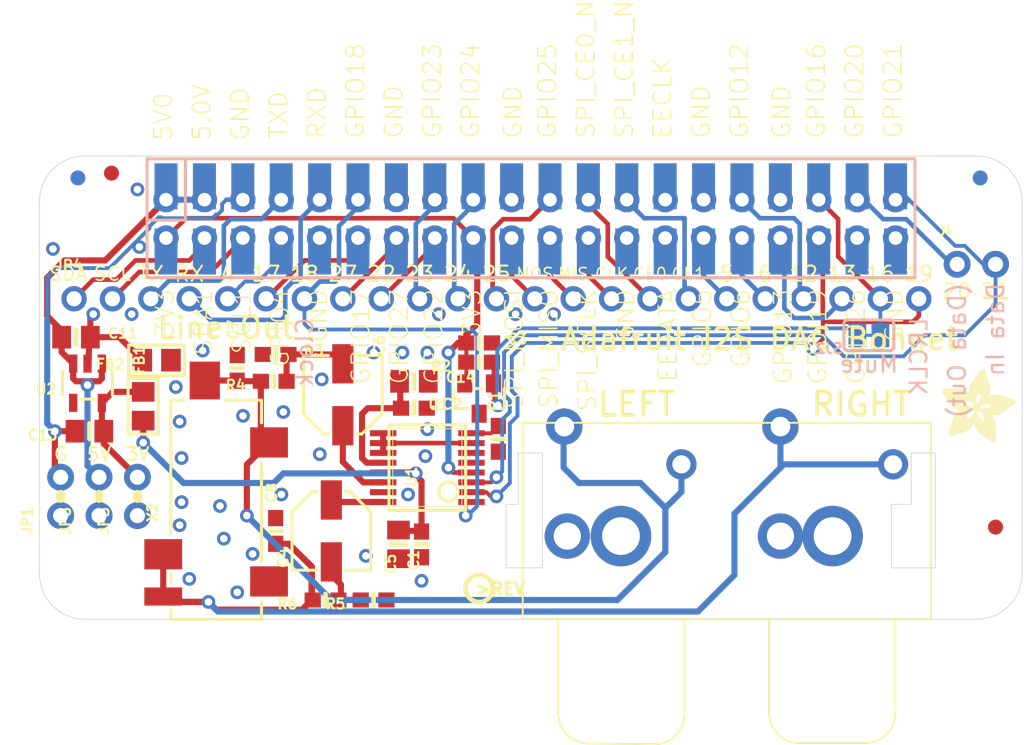
<source format=kicad_pcb>
(kicad_pcb (version 20211014) (generator pcbnew)
  (layers (0 "F.Cu" signal) (31 "B.Cu" signal) (34 "B.Paste" user) (35 "F.Paste" user) (36 "B.SilkS" user "B.Silkscreen") (37 "F.SilkS" user "F.Silkscreen") (38 "B.Mask" user) (39 "F.Mask" user) (44 "Edge.Cuts" user))
  (net 0 "")
  (net 1 "5.0V")
  (net 2 "SDA")
  (net 3 "SCL")
  (net 4 "GPIO4")
  (net 5 "GPIO17")
  (net 6 "GPIO27")
  (net 7 "GPIO22")
  (net 8 "SPI_MOSI")
  (net 9 "SPI_MISO")
  (net 10 "SPI_SCLK")
  (net 11 "GPIO5")
  (net 12 "GPIO6")
  (net 13 "GPIO13")
  (net 14 "GPIO26")
  (net 15 "3.3V")
  (net 16 "GND")
  (net 17 "TXD")
  (net 18 "RXD")
  (net 19 "GPIO24")
  (net 20 "GPIO25")
  (net 21 "SPI_CE0")
  (net 22 "SPI_CE1")
  (net 23 "EECLK")
  (net 24 "GPIO16")
  (net 25 "GPIO20")
  (net 26 "GPIO23")
  (net 27 "EEDATA")
  (net 28 "GPIO12")
  (net 29 "LRCLK")
  (net 30 "DATAIN")
  (net 31 "N$2")
  (net 32 "N$7")
  (net 33 "N$8")
  (net 34 "OUTL")
  (net 35 "OUTR")
  (net 36 "N$1")
  (net 37 "BITCLK")
  (net 38 "N$3")
  (net 39 "N$5")
  (net 40 "AGND")
  (net 41 "VDD")
  (net 42 "MUTE")
  (net 43 "N$4")
  (footprint "boardEagle:0805" (layer "F.Cu") (at 123.7481 103.1888 180)
    (fp_text reference "FB2")
    (fp_text value "Ferrite")
  )
  (footprint "boardEagle:1X02_ROUND" (layer "F.Cu") (at 177.9771 96.8388)
    (fp_text reference "JP5")
    (fp_text value "")
  )
  (footprint "boardEagle:0805-NO" (layer "F.Cu") (at 140.7661 104.5858)
    (fp_text reference "C14")
    (fp_text value "10uF")
  )
  (footprint "boardEagle:SOT23-WIDE" (layer "F.Cu") (at 145.0841 105.7288 180)
    (fp_text reference "Q1")
    (fp_text value " DMG2305")
  )
  (footprint "boardEagle:0603-NO" (layer "F.Cu") (at 140.7661 106.3638)
    (fp_text reference "C2")
    (fp_text value "0.1uF")
  )
  (footprint "boardEagle:FIDUCIAL_1MM" (layer "F.Cu") (at 120.7636 90.8063)
    (fp_text reference "FID1" hide)
    (fp_text value "FIDUCIAL_1MM" hide)
  )
  (footprint "boardEagle:ADAFRUIT_5MM" (layer "F.Cu") (at 175.6911 108.6498)
    (fp_text reference "U$5" hide)
    (fp_text value "" hide)
  )
  (footprint "boardEagle:RCA_DUAL_JACK" (layer "F.Cu") (at 161.4671 120.3338)
    (fp_text reference "CONN2" hide)
    (fp_text value "AUDIO_DUAL_RCA" hide)
    (fp_line (start 13.8 -11) (end 12.2 -11) (layer "Edge.Cuts") (width 0.05))
    (fp_line (start -14.6 -7.6) (end -14.6 -3.4) (layer "Edge.Cuts") (width 0.05))
    (fp_line (start -14.6 -3.4) (end -12.2 -3.4) (layer "Edge.Cuts") (width 0.05))
    (fp_line (start 10.9 -3.4) (end 10.9 -7.6) (layer "Edge.Cuts") (width 0.05))
    (fp_line (start -12.2 -3.4) (end -12.2 -11) (layer "Edge.Cuts") (width 0.05))
    (fp_line (start -13.8 -11) (end -12.2 -11) (layer "Edge.Cuts") (width 0.05))
    (fp_line (start -14.6 -7.6) (end -13.8 -7.6) (layer "Edge.Cuts") (width 0.05))
    (fp_line (start 13.8 -3.4) (end 10.9 -3.4) (layer "Edge.Cuts") (width 0.05))
    (fp_line (start -13.8 -7.6) (end -13.8 -11) (layer "Edge.Cuts") (width 0.05))
    (fp_line (start 13.8 -11) (end 13.8 -3.4) (layer "Edge.Cuts") (width 0.05))
    (fp_line (start 12.2 -11) (end 12.2 -7.6) (layer "Edge.Cuts") (width 0.05))
    (fp_line (start 10.9 -7.6) (end 12.2 -7.6) (layer "Edge.Cuts") (width 0.05))
  )
  (footprint "boardEagle:PANASONIC_C" (layer "F.Cu") (at 135.3051 114.4918 90)
    (fp_text reference "C4")
    (fp_text value "47uF")
  )
  (footprint "boardEagle:0603-NO" (layer "F.Cu") (at 141.2741 115.3808 -90)
    (fp_text reference "C1")
    (fp_text value "0.1uF")
  )
  (footprint "boardEagle:PCBFEAT-REV-040" (layer "F.Cu") (at 145.0841 118.3018)
    (fp_text reference "U$11" hide)
    (fp_text value "" hide)
  )
  (footprint "boardEagle:PANASONIC_C" (layer "F.Cu") (at 136.0671 105.4748 -90)
    (fp_text reference "C6")
    (fp_text value "47uF")
  )
  (footprint "boardEagle:0603-NO" (layer "F.Cu") (at 131.6221 114.4918 90)
    (fp_text reference "C8")
    (fp_text value "0.01uF")
  )
  (footprint "boardEagle:FIDUCIAL_1MM" (layer "F.Cu") (at 179.2471 114.2378)
    (fp_text reference "FID2" hide)
    (fp_text value "FIDUCIAL_1MM" hide)
  )
  (footprint "boardEagle:0603-NO" (layer "F.Cu") (at 131.4951 104.5858 180)
    (fp_text reference "R4")
    (fp_text value "100")
  )
  (footprint "boardEagle:0603-NO" (layer "F.Cu") (at 138.0991 119.0638 180)
    (fp_text reference "R5")
    (fp_text value "220k")
  )
  (footprint "boardEagle:0805-NO" (layer "F.Cu") (at 139.7501 115.3808 -90)
    (fp_text reference "C5")
    (fp_text value "10uF")
  )
  (footprint "boardEagle:0805" (layer "F.Cu") (at 122.8591 106.2368 90)
    (fp_text reference "FB1")
    (fp_text value "Ferrite")
  )
  (footprint "boardEagle:1X02_ROUND" (layer "F.Cu") (at 122.4781 112.2058 90)
    (fp_text reference "JP3")
    (fp_text value "")
  )
  (footprint "boardEagle:0805-NO" (layer "F.Cu") (at 118.4141 101.6648)
    (fp_text reference "C11")
    (fp_text value "10uF")
  )
  (footprint "boardEagle:0603-NO" (layer "F.Cu") (at 134.9241 119.0638 180)
    (fp_text reference "R6")
    (fp_text value "100")
  )
  (footprint "boardEagle:SOT23-5" (layer "F.Cu") (at 119.1761 104.7128 180)
    (fp_text reference "U2")
    (fp_text value "AP2112-3.3K")
  )
  (footprint "boardEagle:1X02_ROUND" (layer "F.Cu") (at 117.3981 112.2058 90)
    (fp_text reference "JP1")
    (fp_text value "")
  )
  (footprint "boardEagle:0603-NO" (layer "F.Cu") (at 146.3541 108.3958 90)
    (fp_text reference "R1")
    (fp_text value "10K")
  )
  (footprint "boardEagle:SSOP16_4.4MM" (layer "F.Cu") (at 141.6551 110.3008 90)
    (fp_text reference "U1")
    (fp_text value "UDA1334ATS")
  )
  (footprint "boardEagle:1X23_ROUND_70MIL" (layer "F.Cu") (at 146.2271 99.1248)
    (fp_text reference "JP4")
    (fp_text value "")
  )
  (footprint "boardEagle:0603-NO" (layer "F.Cu") (at 145.0841 102.0458)
    (fp_text reference "C3")
    (fp_text value "0.1uF")
  )
  (footprint "boardEagle:0603-NO" (layer "F.Cu") (at 145.0841 103.3158 180)
    (fp_text reference "R2")
    (fp_text value "10K")
  )
  (footprint "boardEagle:PI_BONNET_THMSMT" (layer "F.Cu") (at 116.0011 120.3338)
    (fp_text reference "RPI1" hide)
    (fp_text value "RASPBERRYPI_BPLUS_BONNET_THMSMT" hide)
    (fp_line (start 62 -30.6604) (end 3 -30.6604) (layer "Edge.Cuts") (width 0.05))
    (fp_line (start 65 -3) (end 65 -27.6604) (layer "Edge.Cuts") (width 0.05))
    (fp_line (start 0 -27.6604) (end 0 -3) (layer "Edge.Cuts") (width 0.05))
    (fp_line (start 3 0) (end 62 0) (layer "Edge.Cuts") (width 0.05))
    (fp_arc (start 3 0) (mid 0.87868 -0.87868) (end 0 -3) (layer "Edge.Cuts") (width 0.05))
    (fp_arc (start 65 -3) (mid 64.12132 -0.87868) (end 62 0) (layer "Edge.Cuts") (width 0.05))
    (fp_arc (start 62 -30.6604) (mid 64.12132 -29.78172) (end 65 -27.6604) (layer "Edge.Cuts") (width 0.05))
    (fp_arc (start 0 -27.6604) (mid 0.87868 -29.78172) (end 3 -30.6604) (layer "Edge.Cuts") (width 0.05))
  )
  (footprint "boardEagle:1X02_ROUND" (layer "F.Cu") (at 119.9381 112.2058 90)
    (fp_text reference "JP6")
    (fp_text value "")
  )
  (footprint "boardEagle:0603-NO" (layer "F.Cu") (at 129.0821 103.6968 90)
    (fp_text reference "C7")
    (fp_text value "0.01uF")
  )
  (footprint "boardEagle:0603-NO" (layer "F.Cu") (at 131.6221 102.8078)
    (fp_text reference "R3")
    (fp_text value "220k")
  )
  (footprint "boardEagle:4UCONN_19269" (layer "F.Cu") (at 127.6851 120.3338 90)
    (fp_text reference "X2")
    (fp_text value "19269")
  )
  (footprint "boardEagle:0805-NO" (layer "F.Cu") (at 119.3031 107.8878 180)
    (fp_text reference "C13")
    (fp_text value "10uF")
  )
  (footprint "boardEagle:SOLDERJUMPER_CLOSEDWIRE" (layer "B.Cu") (at 170.8651 101.5378)
    (fp_text reference "SJ2")
    (fp_text value "")
  )
  (gr_line (start 122.4781 112.3328) (end 122.4781 112.0788) (layer "F.SilkS") (width 0.6096))
  (gr_line (start 119.9381 112.3328) (end 119.9381 112.0788) (layer "F.SilkS") (width 0.6096))
  (gr_line (start 117.3981 112.3328) (end 117.3981 112.0788) (layer "F.SilkS") (width 0.6096))
  (gr_text "Clock" (at 133.5271 100.2678 -270) (layer "B.SilkS") (effects (font (size 1.1176 1.1176) (thickness 0.1524)) (justify left mirror)))
  (gr_text "Data In" (at 179.2471 97.9818 -270) (layer "B.SilkS") (effects (font (size 1.1176 1.1176) (thickness 0.1524)) (justify left mirror)))
  (gr_text "LRCLK" (at 174.1671 100.2678 -270) (layer "B.SilkS") (effects (font (size 1.1176 1.1176) (thickness 0.1524)) (justify left mirror)))
  (gr_text "Mute" (at 170.8651 103.4428) (layer "B.SilkS") (effects (font (size 1.1176 1.1176) (thickness 0.1524)) (justify mirror)))
  (gr_text "(Data Out)" (at 176.7071 97.9818 -270) (layer "B.SilkS") (effects (font (size 1.1176 1.1176) (thickness 0.1524)) (justify left mirror)))
  (gr_text "24" (at 143.6871 97.4738) (layer "F.SilkS") (effects (font (size 1.00584 1.00584) (thickness 0.13716))))
  (gr_text "3V" (at 122.4781 109.4118) (layer "F.SilkS") (effects (font (size 0.87376 0.87376) (thickness 0.14224))))
  (gr_text "18" (at 133.5271 97.4738) (layer "F.SilkS") (effects (font (size 1.00584 1.00584) (thickness 0.13716))))
  (gr_text "Adafruit I2S DAC Bonnet" (at 163.6261 101.7918) (layer "F.SilkS") (effects (font (size 1.41986 1.41986) (thickness 0.23114))))
  (gr_text "6" (at 164.0071 97.4738) (layer "F.SilkS") (effects (font (size 1.00584 1.00584) (thickness 0.13716))))
  (gr_text "G" (at 117.3981 109.4118) (layer "F.SilkS") (effects (font (size 0.87376 0.87376) (thickness 0.14224))))
  (gr_text "4" (at 128.4471 97.4738) (layer "F.SilkS") (effects (font (size 1.00584 1.00584) (thickness 0.13716))))
  (gr_text "CE1" (at 158.9271 97.4738) (layer "F.SilkS") (effects (font (size 0.78232 0.78232) (thickness 0.10668))))
  (gr_text "5V" (at 119.9381 109.4118) (layer "F.SilkS") (effects (font (size 0.87376 0.87376) (thickness 0.14224))))
  (gr_text "MOS" (at 148.7671 97.4738) (layer "F.SilkS") (effects (font (size 0.78232 0.78232) (thickness 0.10668))))
  (gr_text "12" (at 166.5471 97.4738) (layer "F.SilkS") (effects (font (size 1.00584 1.00584) (thickness 0.13716))))
  (gr_text "RX" (at 125.9071 97.4738) (layer "F.SilkS") (effects (font (size 1.00584 1.00584) (thickness 0.13716))))
  (gr_text "MIS" (at 151.3071 97.4738) (layer "F.SilkS") (effects (font (size 0.78232 0.78232) (thickness 0.10668))))
  (gr_text "19" (at 174.1671 97.4738) (layer "F.SilkS") (effects (font (size 1.00584 1.00584) (thickness 0.13716))))
  (gr_text "23" (at 141.1471 97.4738) (layer "F.SilkS") (effects (font (size 1.00584 1.00584) (thickness 0.13716))))
  (gr_text "CLK" (at 153.8471 97.4738) (layer "F.SilkS") (effects (font (size 0.78232 0.78232) (thickness 0.10668))))
  (gr_text "CE0" (at 156.3871 97.4738) (layer "F.SilkS") (effects (font (size 0.78232 0.78232) (thickness 0.10668))))
  (gr_text "Line Out" (at 128.3201 101.0298) (layer "F.SilkS") (effects (font (size 1.41986 1.41986) (thickness 0.23114))))
  (gr_text "25" (at 146.2271 97.4738) (layer "F.SilkS") (effects (font (size 1.00584 1.00584) (thickness 0.13716))))
  (gr_text "RIGHT" (at 170.3571 106.1098) (layer "F.SilkS") (effects (font (size 1.52908 1.52908) (thickness 0.24892))))
  (gr_text "16" (at 171.6271 97.4738) (layer "F.SilkS") (effects (font (size 1.00584 1.00584) (thickness 0.13716))))
  (gr_text "22" (at 138.6071 97.4738) (layer "F.SilkS") (effects (font (size 1.00584 1.00584) (thickness 0.13716))))
  (gr_text "21" (at 179.2471 98.6168) (layer "F.SilkS") (effects (font (size 1.00584 1.00584) (thickness 0.13716))))
  (gr_text "SDA" (at 117.9061 97.4738) (layer "F.SilkS") (effects (font (size 0.89408 0.89408) (thickness 0.12192))))
  (gr_text "17" (at 130.9871 97.4738) (layer "F.SilkS") (effects (font (size 1.00584 1.00584) (thickness 0.13716))))
  (gr_text "LEFT" (at 155.4981 106.1098) (layer "F.SilkS") (effects (font (size 1.52908 1.52908) (thickness 0.24892))))
  (gr_text "5" (at 161.4671 97.4738) (layer "F.SilkS") (effects (font (size 1.00584 1.00584) (thickness 0.13716))))
  (gr_text "SCL" (at 120.8271 97.4738) (layer "F.SilkS") (effects (font (size 0.89408 0.89408) (thickness 0.12192))))
  (gr_text "20" (at 176.7071 98.6168) (layer "F.SilkS") (effects (font (size 1.00584 1.00584) (thickness 0.13716))))
  (gr_text "TX" (at 123.3671 97.4738) (layer "F.SilkS") (effects (font (size 1.00584 1.00584) (thickness 0.13716))))
  (gr_text "13" (at 169.0871 97.4738) (layer "F.SilkS") (effects (font (size 1.00584 1.00584) (thickness 0.13716))))
  (gr_text "27" (at 136.0671 97.4738) (layer "F.SilkS") (effects (font (size 1.00584 1.00584) (thickness 0.13716))))
  (segment (start 117.4641 101.2228) (end 116.5091 100.2678) (width 0.4064) (layer "F.Cu") (net 1))
  (segment (start 119.9381 104.5858) (end 120.1261 104.3978) (width 0.4064) (layer "F.Cu") (net 1))
  (segment (start 117.4641 101.6648) (end 117.4641 102.6507) (width 0.4064) (layer "F.Cu") (net 1))
  (segment (start 116.5091 100.2678) (end 116.5091 97.7278) (width 0.4064) (layer "F.Cu") (net 1))
  (segment (start 119.1761 104.8398) (end 119.1761 104.5858) (width 0.4064) (layer "F.Cu") (net 1))
  (segment (start 120.3501 96.5848) (end 124.3711 92.5638) (width 0.4064) (layer "F.Cu") (net 1))
  (segment (start 117.6521 96.5848) (end 120.3501 96.5848) (width 0.4064) (layer "F.Cu") (net 1))
  (segment (start 118.4141 104.5858) (end 119.1761 104.5858) (width 0.4064) (layer "F.Cu") (net 1))
  (segment (start 117.4641 102.6507) (end 118.2261 103.4127) (width 0.4064) (layer "F.Cu") (net 1))
  (segment (start 116.5091 97.7278) (end 117.6521 96.5848) (width 0.4064) (layer "F.Cu") (net 1))
  (segment (start 120.1261 104.3978) (end 120.1261 103.4127) (width 0.4064) (layer "F.Cu") (net 1))
  (segment (start 117.4641 101.6648) (end 117.4641 101.2228) (width 0.4064) (layer "F.Cu") (net 1))
  (segment (start 118.2261 103.4127) (end 118.2261 104.3978) (width 0.4064) (layer "F.Cu") (net 1))
  (segment (start 119.1761 104.5858) (end 119.9381 104.5858) (width 0.4064) (layer "F.Cu") (net 1))
  (segment (start 118.2261 104.3978) (end 118.4141 104.5858) (width 0.4064) (layer "F.Cu") (net 1))
  (via (at 119.1761 104.8398) (size 0.9064) (drill 0.5) (layers "F.Cu" "B.Cu") (net 1))
  (segment (start 124.3711 92.5638) (end 126.2881 92.5638) (width 0.4064) (layer "B.Cu") (net 1))
  (segment (start 124.3707 92.5638) (end 124.3707 91.6764) (width 0.4064) (layer "B.Cu") (net 1))
  (segment (start 126.9107 91.6764) (end 126.9111 91.6764) (width 0.4064) (layer "B.Cu") (net 1))
  (segment (start 126.9111 92.5638) (end 126.2881 92.5638) (width 0.3048) (layer "B.Cu") (net 1))
  (segment (start 119.1761 110.1738) (end 119.1761 104.8398) (width 0.4064) (layer "B.Cu") (net 1))
  (segment (start 119.9381 113.4758) (end 119.9381 110.9358) (width 0.4064) (layer "B.Cu") (net 1))
  (segment (start 124.3711 92.5638) (end 124.3707 92.5638) (width 0.4064) (layer "B.Cu") (net 1))
  (segment (start 126.9111 91.6764) (end 126.9111 92.5638) (width 0.4064) (layer "B.Cu") (net 1))
  (segment (start 119.9381 110.9358) (end 119.1761 110.1738) (width 0.4064) (layer "B.Cu") (net 1))
  (segment (start 125.9071 96.5848) (end 126.9111 95.5808) (width 0.3048) (layer "F.Cu") (net 2))
  (segment (start 118.2871 99.1248) (end 119.5571 97.8548) (width 0.3048) (layer "F.Cu") (net 2))
  (segment (start 126.9111 95.5808) (end 126.9111 95.1038) (width 0.3048) (layer "F.Cu") (net 2))
  (segment (start 122.3511 96.5848) (end 125.9071 96.5848) (width 0.3048) (layer "F.Cu") (net 2))
  (segment (start 119.5571 97.8548) (end 121.0811 97.8548) (width 0.3048) (layer "F.Cu") (net 2))
  (segment (start 121.0811 97.8548) (end 122.3511 96.5848) (width 0.3048) (layer "F.Cu") (net 2))
  (segment (start 126.9111 95.9944) (end 126.9111 95.1038) (width 0.4064) (layer "B.Cu") (net 2))
  (segment (start 126.9107 95.9944) (end 126.9111 95.9944) (width 0.4064) (layer "B.Cu") (net 2))
  (segment (start 127.3041 97.3468) (end 129.4511 95.1998) (width 0.3048) (layer "F.Cu") (net 3))
  (segment (start 120.8271 99.1248) (end 122.6051 97.3468) (width 0.3048) (layer "F.Cu") (net 3))
  (segment (start 122.6051 97.3468) (end 127.3041 97.3468) (width 0.3048) (layer "F.Cu") (net 3))
  (segment (start 129.4511 95.1998) (end 129.4511 95.1038) (width 0.3048) (layer "F.Cu") (net 3))
  (segment (start 129.4507 95.9944) (end 129.4511 95.9944) (width 0.4064) (layer "B.Cu") (net 3))
  (segment (start 129.4511 95.9944) (end 129.4511 95.1038) (width 0.4064) (layer "B.Cu") (net 3))
  (segment (start 131.9907 95.9944) (end 131.9911 95.9944) (width 0.4064) (layer "B.Cu") (net 4))
  (segment (start 129.5901 97.9818) (end 130.479103 97.981797) (width 0.254) (layer "B.Cu") (net 4))
  (segment (start 131.9911 95.9944) (end 131.9911 95.1038) (width 0.4064) (layer "B.Cu") (net 4))
  (segment (start 131.991096 96.4698) (end 131.991096 95.1038) (width 0.254) (layer "B.Cu") (net 4))
  (segment (start 128.4471 99.1248) (end 129.5901 97.9818) (width 0.254) (layer "B.Cu") (net 4))
  (segment (start 130.479103 97.981797) (end 131.991096 96.4698) (width 0.254) (layer "B.Cu") (net 4))
  (segment (start 130.9871 99.1248) (end 133.5271 96.5848) (width 0.3048) (layer "F.Cu") (net 5))
  (segment (start 137.0711 96.0888) (end 137.0711 95.1038) (width 0.3048) (layer "F.Cu") (net 5))
  (segment (start 136.5751 96.5848) (end 137.0711 96.0888) (width 0.3048) (layer "F.Cu") (net 5))
  (segment (start 133.5271 96.5848) (end 136.5751 96.5848) (width 0.3048) (layer "F.Cu") (net 5))
  (segment (start 137.0707 95.9944) (end 137.0711 95.9944) (width 0.4064) (layer "B.Cu") (net 5))
  (segment (start 137.0711 95.9944) (end 137.0711 95.1038) (width 0.4064) (layer "B.Cu") (net 5))
  (segment (start 136.0671 99.1248) (end 139.6111 95.5808) (width 0.3048) (layer "F.Cu") (net 6))
  (segment (start 139.6111 95.5808) (end 139.6111 95.1038) (width 0.3048) (layer "F.Cu") (net 6))
  (segment (start 139.6107 95.9944) (end 139.6111 95.9944) (width 0.4064) (layer "B.Cu") (net 6))
  (segment (start 139.6111 95.9944) (end 139.6111 95.1038) (width 0.4064) (layer "B.Cu") (net 6))
  (segment (start 138.6071 99.1248) (end 142.1511 95.5808) (width 0.3048) (layer "F.Cu") (net 7))
  (segment (start 142.1511 95.5808) (end 142.1511 95.1038) (width 0.3048) (layer "F.Cu") (net 7))
  (segment (start 142.1507 95.9944) (end 142.1511 95.9944) (width 0.4064) (layer "B.Cu") (net 7))
  (segment (start 142.1511 95.9944) (end 142.1511 95.1038) (width 0.4064) (layer "B.Cu") (net 7))
  (segment (start 148.7671 99.1248) (end 147.2311 97.5888) (width 0.3048) (layer "F.Cu") (net 8))
  (segment (start 147.2311 97.5888) (end 147.2311 95.1038) (width 0.3048) (layer "F.Cu") (net 8))
  (segment (start 147.2311 95.9944) (end 147.2311 95.1038) (width 0.4064) (layer "B.Cu") (net 8))
  (segment (start 147.2307 95.9944) (end 147.2311 95.9944) (width 0.4064) (layer "B.Cu") (net 8))
  (segment (start 151.3071 99.1248) (end 149.7711 97.5888) (width 0.3048) (layer "F.Cu") (net 9))
  (segment (start 149.7711 97.5888) (end 149.7711 95.1038) (width 0.3048) (layer "F.Cu") (net 9))
  (segment (start 149.7707 95.9944) (end 149.7711 95.9944) (width 0.4064) (layer "B.Cu") (net 9))
  (segment (start 149.7711 95.9944) (end 149.7711 95.1038) (width 0.4064) (layer "B.Cu") (net 9))
  (segment (start 152.3111 97.5888) (end 152.3111 95.1038) (width 0.3048) (layer "F.Cu") (net 10))
  (segment (start 153.8471 99.1248) (end 152.3111 97.5888) (width 0.3048) (layer "F.Cu") (net 10))
  (segment (start 152.3107 95.9944) (end 152.3111 95.9944) (width 0.4064) (layer "B.Cu") (net 10))
  (segment (start 152.3111 95.9944) (end 152.3111 95.1038) (width 0.4064) (layer "B.Cu") (net 10))
  (segment (start 159.9311 95.9944) (end 159.9311 96.2038) (width 0.4064) (layer "B.Cu") (net 11))
  (segment (start 159.9311 97.5888) (end 161.4671 99.1248) (width 0.3048) (layer "B.Cu") (net 11))
  (segment (start 159.9307 95.9944) (end 159.9311 95.9944) (width 0.4064) (layer "B.Cu") (net 11))
  (segment (start 159.9311 96.2038) (end 159.9311 97.5888) (width 0.3048) (layer "B.Cu") (net 11))
  (segment (start 159.9311 95.1038) (end 159.9311 96.2038) (width 0.3048) (layer "B.Cu") (net 11))
  (segment (start 162.4711 95.6958) (end 162.4711 97.5888) (width 0.3048) (layer "B.Cu") (net 12))
  (segment (start 162.4707 95.9944) (end 162.4711 95.9944) (width 0.4064) (layer "B.Cu") (net 12))
  (segment (start 162.4711 95.1038) (end 162.4711 95.6958) (width 0.3048) (layer "B.Cu") (net 12))
  (segment (start 162.4711 97.5888) (end 164.0071 99.1248) (width 0.3048) (layer "B.Cu") (net 12))
  (segment (start 162.4711 95.9944) (end 162.4711 95.6958) (width 0.4064) (layer "B.Cu") (net 12))
  (segment (start 165.0107 95.1042) (end 165.0107 95.4418) (width 0.3048) (layer "B.Cu") (net 13))
  (segment (start 165.0111 95.1038) (end 165.0107 95.1042) (width 0.3048) (layer "B.Cu") (net 13))
  (segment (start 165.0231 95.4418) (end 165.0107 95.4418) (width 0.4064) (layer "B.Cu") (net 13))
  (segment (start 165.0231 96.2818) (end 165.0231 95.4418) (width 0.4064) (layer "B.Cu") (net 13))
  (segment (start 165.1011 96.2818) (end 165.0231 96.2818) (width 0.4064) (layer "B.Cu") (net 13))
  (segment (start 167.9441 100.3948) (end 169.0871 99.2518) (width 0.3048) (layer "B.Cu") (net 13))
  (segment (start 165.1011 96.2818) (end 165.2771 96.4578) (width 0.3048) (layer "B.Cu") (net 13))
  (segment (start 165.2771 96.4578) (end 165.2771 99.7598) (width 0.3048) (layer "B.Cu") (net 13))
  (segment (start 165.9121 100.3948) (end 167.9441 100.3948) (width 0.3048) (layer "B.Cu") (net 13))
  (segment (start 165.2771 99.7598) (end 165.9121 100.3948) (width 0.3048) (layer "B.Cu") (net 13))
  (segment (start 165.0107 95.4418) (end 165.0107 95.9944) (width 0.4064) (layer "B.Cu") (net 13))
  (segment (start 169.0871 99.2518) (end 169.0871 99.1248) (width 0.3048) (layer "B.Cu") (net 13))
  (segment (start 170.0907 95.9944) (end 170.0911 95.9944) (width 0.4064) (layer "B.Cu") (net 14))
  (segment (start 170.0911 95.9944) (end 170.0911 95.1038) (width 0.4064) (layer "B.Cu") (net 14))
  (segment (start 143.3781 93.7908) (end 144.6911 95.1038) (width 0.3048) (layer "F.Cu") (net 15))
  (segment (start 144.1071 104.7018) (end 144.1341 104.7288) (width 0.3048) (layer "F.Cu") (net 15))
  (segment (start 143.0911 102.6418) (end 143.0521 102.6808) (width 0.4064) (layer "F.Cu") (net 15))
  (segment (start 143.3771 110.6258) (end 143.0521 110.3008) (width 0.3048) (layer "F.Cu") (net 15))
  (segment (start 143.0521 102.6808) (end 143.6871 102.0458) (width 0.4064) (layer "F.Cu") (net 15))
  (segment (start 144.2341 103.3158) (end 144.2341 104.5748) (width 0.254) (layer "F.Cu") (net 15))
  (segment (start 124.3711 95.1038) (end 125.6841 93.7908) (width 0.3048) (layer "F.Cu") (net 15))
  (segment (start 144.6911 95.1038) (end 144.9571 95.3698) (width 0.4064) (layer "F.Cu") (net 15))
  (segment (start 144.2341 102.0458) (end 144.0046 101.8163) (width 0.4064) (layer "F.Cu") (net 15))
  (segment (start 143.6871 102.0458) (end 144.2341 102.0458) (width 0.4064) (layer "F.Cu") (net 15))
  (segment (start 144.2341 102.0458) (end 144.2341 102.1728) (width 0.4064) (layer "F.Cu") (net 15))
  (segment (start 144.0046 101.8163) (end 144.0046 101.7283) (width 0.254) (layer "F.Cu") (net 15))
  (segment (start 144.5751 110.6258) (end 143.3771 110.6258) (width 0.3048) (layer "F.Cu") (net 15))
  (segment (start 144.2341 102.1728) (end 144.2341 103.3158) (width 0.254) (layer "F.Cu") (net 15))
  (segment (start 125.6841 93.7908) (end 143.3781 93.7908) (width 0.3048) (layer "F.Cu") (net 15))
  (segment (start 144.9571 95.3698) (end 144.9571 100.7758) (width 0.4064) (layer "F.Cu") (net 15))
  (segment (start 144.2341 101.4988) (end 144.2341 102.0458) (width 0.4064) (layer "F.Cu") (net 15))
  (segment (start 144.2341 104.5748) (end 144.1071 104.7018) (width 0.254) (layer "F.Cu") (net 15))
  (segment (start 144.9571 100.7758) (end 144.2341 101.4988) (width 0.4064) (layer "F.Cu") (net 15))
  (via (at 143.0521 110.3008) (size 0.9064) (drill 0.5) (layers "F.Cu" "B.Cu") (net 15))
  (via (at 143.0521 102.6808) (size 0.9064) (drill 0.5) (layers "F.Cu" "B.Cu") (net 15))
  (segment (start 143.0521 110.3008) (end 143.0521 102.6808) (width 0.4064) (layer "B.Cu") (net 15))
  (segment (start 144.6907 95.9944) (end 144.6911 95.9944) (width 0.4064) (layer "B.Cu") (net 15))
  (segment (start 144.6911 95.9944) (end 144.6911 95.1038) (width 0.4064) (layer "B.Cu") (net 15))
  (segment (start 124.3711 95.1038) (end 124.3707 95.1038) (width 0.4064) (layer "B.Cu") (net 15))
  (segment (start 124.3707 95.1038) (end 124.3707 95.9944) (width 0.4064) (layer "B.Cu") (net 15))
  (segment (start 118.3531 107.8878) (end 117.0171 107.8878) (width 0.4064) (layer "F.Cu") (net 16))
  (segment (start 138.7351 108.6758) (end 138.7351 109.3258) (width 0.4064) (layer "F.Cu") (net 16))
  (segment (start 119.5571 100.1408) (end 119.3641 100.3338) (width 0.254) (layer "F.Cu") (net 16))
  (segment (start 138.7351 108.0258) (end 138.7351 108.6758) (width 0.4064) (layer "F.Cu") (net 16))
  (segment (start 119.2466 103.4127) (end 119.2701 102.4878) (width 0.4064) (layer "F.Cu") (net 16))
  (segment (start 122.7981 103.1888) (end 121.2741 101.6648) (width 0.4064) (layer "F.Cu") (net 16))
  (segment (start 117.0171 110.5548) (end 117.0171 107.8878) (width 0.4064) (layer "F.Cu") (net 16))
  (segment (start 119.3641 100.3338) (end 119.3641 100.4558) (width 0.254) (layer "F.Cu") (net 16))
  (segment (start 119.3641 101.6648) (end 119.2701 101.6648) (width 0.254) (layer "F.Cu") (net 16))
  (segment (start 117.3981 110.9358) (end 117.0171 110.5548) (width 0.4064) (layer "F.Cu") (net 16))
  (segment (start 138.7351 108.6758) (end 144.5751 108.6758) (width 0.3048) (layer "F.Cu") (net 16))
  (segment (start 119.2701 101.6648) (end 119.2701 102.4878) (width 0.4064) (layer "F.Cu") (net 16))
  (segment (start 121.2741 101.6648) (end 119.3641 101.6648) (width 0.4064) (layer "F.Cu") (net 16))
  (segment (start 119.3641 100.4558) (end 119.3641 101.6648) (width 0.4064) (layer "F.Cu") (net 16))
  (via (at 122.4781 91.8858) (size 0.9064) (drill 0.5) (layers "F.Cu" "B.Cu") (net 16))
  (via (at 142.4171 100.1408) (size 0.9064) (drill 0.5) (layers "F.Cu" "B.Cu") (net 16))
  (via (at 119.5571 100.1408) (size 0.9064) (drill 0.5) (layers "F.Cu" "B.Cu") (net 16))
  (via (at 122.6051 95.6958) (size 0.9064) (drill 0.5) (layers "F.Cu" "B.Cu") (net 16))
  (via (at 116.8901 95.8228) (size 0.9064) (drill 0.5) (layers "F.Cu" "B.Cu") (net 16))
  (via (at 122.0971 100.1408) (size 0.9064) (drill 0.5) (layers "F.Cu" "B.Cu") (net 16))
  (via (at 150.0371 100.1408) (size 0.9064) (drill 0.5) (layers "F.Cu" "B.Cu") (net 16))
  (via (at 147.4971 100.1408) (size 0.9064) (drill 0.5) (layers "F.Cu" "B.Cu") (net 16))
  (via (at 117.0171 107.8878) (size 0.9064) (drill 0.5) (layers "F.Cu" "B.Cu") (net 16))
  (segment (start 127.6913 93.5306) (end 127.4311 93.7908) (width 0.254) (layer "B.Cu") (net 16))
  (segment (start 123.2785 94.333625) (end 123.2785 94.4558) (width 0.254) (layer "B.Cu") (net 16))
  (segment (start 123.879925 93.7322) (end 123.2785 94.333625) (width 0.254) (layer "B.Cu") (net 16))
  (segment (start 117.3981 110.9358) (end 117.3981 113.4758) (width 0.4064) (layer "B.Cu") (net 16))
  (segment (start 127.809475 93.5306) (end 127.6913 93.5306) (width 0.254) (layer "B.Cu") (net 16))
  (segment (start 116.5091 107.3798) (end 116.5091 100.521794) (width 0.4064) (layer "B.Cu") (net 16))
  (segment (start 128.0795 92.8474) (end 128.0795 93.260575) (width 0.254) (layer "B.Cu") (net 16))
  (segment (start 116.5091 97.7278) (end 116.5091 100.521794) (width 0.254) (layer "B.Cu") (net 16))
  (segment (start 123.2785 94.4558) (end 120.6415 97.0928) (width 0.254) (layer "B.Cu") (net 16))
  (segment (start 117.0171 107.8878) (end 116.5091 107.3798) (width 0.4064) (layer "B.Cu") (net 16))
  (segment (start 129.4511 92.5638) (end 128.3631 92.5638) (width 0.3048) (layer "B.Cu") (net 16))
  (segment (start 128.3631 92.5638) (end 128.0795 92.8474) (width 0.254) (layer "B.Cu") (net 16))
  (segment (start 127.4311 93.7908) (end 124.1291 93.7908) (width 0.254) (layer "B.Cu") (net 16))
  (segment (start 124.0705 93.7322) (end 123.879925 93.7322) (width 0.254) (layer "B.Cu") (net 16))
  (segment (start 128.0795 93.260575) (end 127.809475 93.5306) (width 0.254) (layer "B.Cu") (net 16))
  (segment (start 124.1291 93.7908) (end 124.0705 93.7322) (width 0.254) (layer "B.Cu") (net 16))
  (segment (start 117.1441 97.0928) (end 116.5091 97.7278) (width 0.254) (layer "B.Cu") (net 16))
  (segment (start 120.6415 97.0928) (end 117.1441 97.0928) (width 0.254) (layer "B.Cu") (net 16))
  (segment (start 130.6696 93.8543) (end 131.9601 92.5638) (width 0.3048) (layer "B.Cu") (net 17))
  (segment (start 128.6376 93.8543) (end 130.6696 93.8543) (width 0.3048) (layer "B.Cu") (net 17))
  (segment (start 124.5736 97.9183) (end 123.3671 99.1248) (width 0.3048) (layer "B.Cu") (net 17))
  (segment (start 131.9601 92.5638) (end 131.9911 92.5638) (width 0.3048) (layer "B.Cu") (net 17))
  (segment (start 127.8756 97.9183) (end 124.5736 97.9183) (width 0.3048) (layer "B.Cu") (net 17))
  (segment (start 128.1931 94.2988) (end 128.1931 97.6008) (width 0.3048) (layer "B.Cu") (net 17))
  (segment (start 128.1931 97.6008) (end 127.8756 97.9183) (width 0.3048) (layer "B.Cu") (net 17))
  (segment (start 131.9907 91.6764) (end 131.9911 91.6764) (width 0.4064) (layer "B.Cu") (net 17))
  (segment (start 128.1931 94.2988) (end 128.6376 93.8543) (width 0.3048) (layer "B.Cu") (net 17))
  (segment (start 131.9911 91.6764) (end 131.9911 92.5638) (width 0.4064) (layer "B.Cu") (net 17))
  (segment (start 133.2731 93.8218) (end 133.2731 97.7278) (width 0.3048) (layer "B.Cu") (net 18))
  (segment (start 132.7651 97.9818) (end 132.2571 98.4898) (width 0.3048) (layer "B.Cu") (net 18))
  (segment (start 132.2571 98.4898) (end 132.2571 100.2678) (width 0.3048) (layer "B.Cu") (net 18))
  (segment (start 125.9071 99.1248) (end 125.907103 99.124807) (width 0.254) (layer "B.Cu") (net 18))
  (segment (start 134.5307 91.6764) (end 134.5311 91.6764) (width 0.4064) (layer "B.Cu") (net 18))
  (segment (start 132.2571 100.2678) (end 132.0031 100.5218) (width 0.3048) (layer "B.Cu") (net 18))
  (segment (start 132.0031 100.5218) (end 127.3041 100.5218) (width 0.3048) (layer "B.Cu") (net 18))
  (segment (start 134.5311 92.5638) (end 133.2731 93.8218) (width 0.3048) (layer "B.Cu") (net 18))
  (segment (start 133.2731 97.7278) (end 133.0191 97.9818) (width 0.3048) (layer "B.Cu") (net 18))
  (segment (start 133.0191 97.9818) (end 132.7651 97.9818) (width 0.3048) (layer "B.Cu") (net 18))
  (segment (start 125.907103 99.124807) (end 127.3041 100.5218) (width 0.3048) (layer "B.Cu") (net 18))
  (segment (start 134.5311 91.6764) (end 134.5311 92.5638) (width 0.4064) (layer "B.Cu") (net 18))
  (segment (start 144.6911 92.5638) (end 144.6911 92.9138) (width 0.3048) (layer "B.Cu") (net 19))
  (segment (start 144.6911 92.9138) (end 143.4331 94.1718) (width 0.3048) (layer "B.Cu") (net 19))
  (segment (start 143.4331 98.8708) (end 143.6871 99.1248) (width 0.3048) (layer "B.Cu") (net 19))
  (segment (start 143.4331 94.1718) (end 143.4331 98.8708) (width 0.3048) (layer "B.Cu") (net 19))
  (segment (start 144.6911 91.6764) (end 144.6911 92.5638) (width 0.4064) (layer "B.Cu") (net 19))
  (segment (start 144.6907 91.6764) (end 144.6911 91.6764) (width 0.4064) (layer "B.Cu") (net 19))
  (segment (start 148.4496 93.854304) (end 149.7401 92.5638) (width 0.3048) (layer "F.Cu") (net 20))
  (segment (start 145.9731 94.5528) (end 146.671593 93.854307) (width 0.3048) (layer "F.Cu") (net 20))
  (segment (start 149.7401 92.5638) (end 149.7711 92.5638) (width 0.3048) (layer "F.Cu") (net 20))
  (segment (start 146.2271 99.1248) (end 145.9731 98.8708) (width 0.3048) (layer "F.Cu") (net 20))
  (segment (start 145.9731 98.8708) (end 145.9731 94.5528) (width 0.3048) (layer "F.Cu") (net 20))
  (segment (start 146.671593 93.854307) (end 148.4496 93.854304) (width 0.3048) (layer "F.Cu") (net 20))
  (segment (start 149.7707 91.6764) (end 149.7711 91.6764) (width 0.4064) (layer "B.Cu") (net 20))
  (segment (start 149.7711 91.6764) (end 149.7711 92.5638) (width 0.4064) (layer "B.Cu") (net 20))
  (segment (start 152.311103 92.889807) (end 152.3111 92.5638) (width 0.3048) (layer "F.Cu") (net 21))
  (segment (start 153.5931 94.1718) (end 152.311103 92.889807) (width 0.3048) (layer "F.Cu") (net 21))
  (segment (start 156.164846 98.90255) (end 153.593103 96.330807) (width 0.3048) (layer "F.Cu") (net 21))
  (segment (start 156.3871 99.1248) (end 156.16485 98.90255) (width 0.254) (layer "F.Cu") (net 21))
  (segment (start 153.593103 96.330807) (end 153.5931 94.1718) (width 0.3048) (layer "F.Cu") (net 21))
  (segment (start 156.387093 99.124797) (end 156.16485 98.902554) (width 0.3048) (layer "F.Cu") (net 21))
  (segment (start 152.3107 91.6764) (end 152.3111 91.6764) (width 0.4064) (layer "B.Cu") (net 21))
  (segment (start 152.3111 91.6764) (end 152.3111 92.5638) (width 0.4064) (layer "B.Cu") (net 21))
  (segment (start 156.0061 93.7908) (end 154.8511 92.6358) (width 0.3048) (layer "B.Cu") (net 22))
  (segment (start 154.8511 91.6764) (end 154.8511 92.5638) (width 0.4064) (layer "B.Cu") (net 22))
  (segment (start 154.8511 92.6358) (end 154.8511 92.5638) (width 0.3048) (layer "B.Cu") (net 22))
  (segment (start 158.9271 99.1248) (end 158.6731 98.8708) (width 0.3048) (layer "B.Cu") (net 22))
  (segment (start 158.6731 98.8708) (end 158.6731 93.7908) (width 0.3048) (layer "B.Cu") (net 22))
  (segment (start 158.6731 93.7908) (end 156.0061 93.7908) (width 0.3048) (layer "B.Cu") (net 22))
  (segment (start 154.8507 91.6764) (end 154.8511 91.6764) (width 0.4064) (layer "B.Cu") (net 22))
  (segment (start 157.3911 91.6764) (end 157.3911 92.5638) (width 0.4064) (layer "B.Cu") (net 23))
  (segment (start 157.3907 91.6764) (end 157.3911 91.6764) (width 0.4064) (layer "B.Cu") (net 23))
  (segment (start 167.551103 92.563804) (end 168.833096 93.845797) (width 0.3048) (layer "F.Cu") (net 24))
  (segment (start 167.5511 92.5638) (end 167.551103 92.563804) (width 0.254) (layer "F.Cu") (net 24))
  (segment (start 171.627096 99.124797) (end 168.8331 96.330804) (width 0.3048) (layer "F.Cu") (net 24))
  (segment (start 168.8331 96.330804) (end 168.833096 93.845797) (width 0.3048) (layer "F.Cu") (net 24))
  (segment (start 171.6271 99.1248) (end 171.627096 99.124797) (width 0.254) (layer "F.Cu") (net 24))
  (segment (start 167.5511 91.6764) (end 167.5511 92.5638) (width 0.4064) (layer "B.Cu") (net 24))
  (segment (start 171.6271 101.5378) (end 171.6271 99.1248) (width 0.254) (layer "B.Cu") (net 24))
  (segment (start 167.5507 91.6764) (end 167.5511 91.6764) (width 0.4064) (layer "B.Cu") (net 24))
  (segment (start 171.8176 93.8543) (end 170.5271 92.5638) (width 0.3048) (layer "B.Cu") (net 25))
  (segment (start 170.0911 91.6764) (end 170.0911 92.5638) (width 0.4064) (layer "B.Cu") (net 25))
  (segment (start 170.0907 91.6764) (end 170.0911 91.6764) (width 0.4064) (layer "B.Cu") (net 25))
  (segment (start 171.8176 93.8543) (end 173.3416 93.8543) (width 0.3048) (layer "B.Cu") (net 25))
  (segment (start 173.3416 93.8543) (end 176.3261 96.8388) (width 0.3048) (layer "B.Cu") (net 25))
  (segment (start 170.5271 92.5638) (end 170.0911 92.5638) (width 0.3048) (layer "B.Cu") (net 25))
  (segment (start 176.3261 96.8388) (end 176.7071 96.8388) (width 0.3048) (layer "B.Cu") (net 25))
  (segment (start 142.1511 92.9138) (end 142.1511 92.5638) (width 0.3048) (layer "B.Cu") (net 26))
  (segment (start 140.8931 98.8708) (end 140.8931 94.1718) (width 0.3048) (layer "B.Cu") (net 26))
  (segment (start 140.8931 94.1718) (end 142.1511 92.9138) (width 0.3048) (layer "B.Cu") (net 26))
  (segment (start 142.1507 91.6764) (end 142.1511 91.6764) (width 0.4064) (layer "B.Cu") (net 26))
  (segment (start 141.1471 99.1248) (end 140.8931 98.8708) (width 0.3048) (layer "B.Cu") (net 26))
  (segment (start 142.1511 91.6764) (end 142.1511 92.5638) (width 0.4064) (layer "B.Cu") (net 26))
  (segment (start 157.3911 95.9944) (end 157.3911 95.1038) (width 0.4064) (layer "B.Cu") (net 27))
  (segment (start 157.3907 95.9944) (end 157.3911 95.9944) (width 0.4064) (layer "B.Cu") (net 27))
  (segment (start 166.2931 94.1718) (end 166.2931 98.8708) (width 0.3048) (layer "B.Cu") (net 28))
  (segment (start 163.6631 93.7908) (end 165.9121 93.7908) (width 0.3048) (layer "B.Cu") (net 28))
  (segment (start 163.6631 93.7908) (end 162.4711 92.5988) (width 0.3048) (layer "B.Cu") (net 28))
  (segment (start 162.4711 92.5988) (end 162.4711 92.5638) (width 0.3048) (layer "B.Cu") (net 28))
  (segment (start 162.4711 91.6764) (end 162.4711 92.5638) (width 0.4064) (layer "B.Cu") (net 28))
  (segment (start 166.2931 98.8708) (end 166.5471 99.1248) (width 0.3048) (layer "B.Cu") (net 28))
  (segment (start 162.4707 91.6764) (end 162.4711 91.6764) (width 0.4064) (layer "B.Cu") (net 28))
  (segment (start 165.9121 93.7908) (end 166.2931 94.1718) (width 0.3048) (layer "B.Cu") (net 28))
  (segment (start 144.5751 111.9258) (end 145.5661 111.9258) (width 0.254) (layer "F.Cu") (net 29))
  (segment (start 167.9441 100.6488) (end 167.8171 100.7758) (width 0.254) (layer "F.Cu") (net 29))
  (segment (start 168.1981 100.6488) (end 173.786093 100.6488) (width 0.3048) (layer "F.Cu") (net 29))
  (segment (start 167.8171 95.3698) (end 167.8171 100.0138) (width 0.3048) (layer "F.Cu") (net 29))
  (segment (start 167.8171 101.7918) (end 167.8171 100.7758) (width 0.254) (layer "F.Cu") (net 29))
  (segment (start 168.1981 100.6488) (end 167.9441 100.6488) (width 0.254) (layer "F.Cu") (net 29))
  (segment (start 167.1821 102.4268) (end 167.8171 101.7918) (width 0.254) (layer "F.Cu") (net 29))
  (segment (start 174.167093 100.2678) (end 174.167096 99.1248) (width 0.3048) (layer "F.Cu") (net 29))
  (segment (start 167.8171 100.7758) (end 167.8171 100.0138) (width 0.254) (layer "F.Cu") (net 29))
  (segment (start 145.5661 111.9258) (end 145.8461 112.2058) (width 0.254) (layer "F.Cu") (net 29))
  (segment (start 173.786093 100.6488) (end 174.167093 100.2678) (width 0.3048) (layer "F.Cu") (net 29))
  (segment (start 167.5511 95.1038) (end 167.8171 95.3698) (width 0.3048) (layer "F.Cu") (net 29))
  (segment (start 146.2271 112.2058) (end 145.8461 112.2058) (width 0.254) (layer "F.Cu") (net 29))
  (via (at 146.2271 112.2058) (size 0.9064) (drill 0.5) (layers "F.Cu" "B.Cu") (net 29))
  (via (at 167.1821 102.4268) (size 0.9064) (drill 0.5) (layers "F.Cu" "B.Cu") (net 29))
  (segment (start 146.2271 112.2058) (end 147.1161 111.3168) (width 0.254) (layer "B.Cu") (net 29))
  (segment (start 147.2431 105.2208) (end 147.2431 102.9348) (width 0.254) (layer "B.Cu") (net 29))
  (segment (start 166.8011 102.0458) (end 167.1821 102.4268) (width 0.254) (layer "B.Cu") (net 29))
  (segment (start 147.6241 105.6018) (end 147.2431 105.2208) (width 0.254) (layer "B.Cu") (net 29))
  (segment (start 148.1321 102.0458) (end 166.8011 102.0458) (width 0.254) (layer "B.Cu") (net 29))
  (segment (start 147.2431 102.9348) (end 148.1321 102.0458) (width 0.254) (layer "B.Cu") (net 29))
  (segment (start 167.5507 95.9944) (end 167.5511 95.9944) (width 0.4064) (layer "B.Cu") (net 29))
  (segment (start 147.1161 107.3798) (end 147.6241 106.8718) (width 0.254) (layer "B.Cu") (net 29))
  (segment (start 147.1161 111.3168) (end 147.1161 110.3008) (width 0.254) (layer "B.Cu") (net 29))
  (segment (start 147.6241 106.8718) (end 147.6241 105.6018) (width 0.254) (layer "B.Cu") (net 29))
  (segment (start 147.1161 110.3008) (end 147.1161 107.3798) (width 0.254) (layer "B.Cu") (net 29))
  (segment (start 167.5511 95.9944) (end 167.5511 95.1038) (width 0.4064) (layer "B.Cu") (net 29))
  (segment (start 144.575103 111.2758) (end 144.7031 111.2758) (width 0.254) (layer "F.Cu") (net 30))
  (segment (start 144.5751 111.2758) (end 144.7031 111.2758) (width 0.254) (layer "F.Cu") (net 30))
  (segment (start 144.7031 111.2758) (end 145.887096 111.2758) (width 0.254) (layer "F.Cu") (net 30))
  (segment (start 146.227096 110.9358) (end 145.887096 111.2758) (width 0.254) (layer "F.Cu") (net 30))
  (via (at 146.2271 110.9358) (size 0.9064) (drill 0.5) (layers "F.Cu" "B.Cu") (net 30))
  (segment (start 177.2151 101.5378) (end 179.2471 99.5058) (width 0.254) (layer "B.Cu") (net 30))
  (segment (start 172.6311 91.6768) (end 172.6311 92.5638) (width 0.4064) (layer "B.Cu") (net 30))
  (segment (start 172.6307 91.6764) (end 172.6311 91.6768) (width 0.254) (layer "B.Cu") (net 30))
  (segment (start 173.4051 92.6478) (end 172.6801 92.6478) (width 0.3048) (layer "B.Cu") (net 30))
  (segment (start 146.6081 110.5548) (end 146.6081 107.1258) (width 0.254) (layer "B.Cu") (net 30))
  (segment (start 169.2141 102.934797) (end 173.151103 102.934794) (width 0.254) (layer "B.Cu") (net 30))
  (segment (start 167.817103 101.537804) (end 169.2141 102.934797) (width 0.254) (layer "B.Cu") (net 30))
  (segment (start 172.6311 91.6768) (end 176.5739 95.6196) (width 0.254) (layer "B.Cu") (net 30))
  (segment (start 146.2271 110.9358) (end 146.6081 110.5548) (width 0.254) (layer "B.Cu") (net 30))
  (segment (start 179.2471 99.5058) (end 179.2471 96.8388) (width 0.254) (layer "B.Cu") (net 30))
  (segment (start 176.5739 95.6196) (end 177.212112 95.6196) (width 0.254) (layer "B.Cu") (net 30))
  (segment (start 146.7351 102.6808) (end 147.8781 101.537804) (width 0.254) (layer "B.Cu") (net 30))
  (segment (start 173.151103 102.934794) (end 174.5481 101.5378) (width 0.254) (layer "B.Cu") (net 30))
  (segment (start 146.6081 107.1258) (end 147.1161 106.6178) (width 0.254) (layer "B.Cu") (net 30))
  (segment (start 147.1161 106.6178) (end 147.1161 105.855797) (width 0.254) (layer "B.Cu") (net 30))
  (segment (start 177.212112 95.6196) (end 178.431312 96.8388) (width 0.254) (layer "B.Cu") (net 30))
  (segment (start 174.5481 101.5378) (end 177.2151 101.5378) (width 0.254) (layer "B.Cu") (net 30))
  (segment (start 172.6311 92.5638) (end 172.6311 92.5988) (width 0.3048) (layer "B.Cu") (net 30))
  (segment (start 147.1161 105.855797) (end 146.7351 105.474794) (width 0.254) (layer "B.Cu") (net 30))
  (segment (start 146.7351 105.474794) (end 146.7351 102.6808) (width 0.254) (layer "B.Cu") (net 30))
  (segment (start 147.8781 101.537804) (end 167.817103 101.537804) (width 0.254) (layer "B.Cu") (net 30))
  (segment (start 178.431312 96.8388) (end 179.2471 96.8388) (width 0.254) (layer "B.Cu") (net 30))
  (segment (start 172.6801 92.6478) (end 172.6311 92.5988) (width 0.254) (layer "B.Cu") (net 30))
  (segment (start 140.8651 110.6538) (end 140.7101 110.6538) (width 0.4064) (layer "F.Cu") (net 31))
  (segment (start 139.761453 114.4308) (end 139.76524 114.488369) (width 0.4064) (layer "F.Cu") (net 31))
  (segment (start 140.7101 110.6258) (end 141.2741 111.1898) (width 0.4064) (layer "F.Cu") (net 31))
  (segment (start 139.76524 114.488369) (end 141.274096 114.488369) (width 0.4064) (layer "F.Cu") (net 31))
  (segment (start 140.8651 110.6538) (end 140.8371 110.6258) (width 0.254) (layer "F.Cu") (net 31))
  (segment (start 141.2741 111.1898) (end 141.2741 114.5308) (width 0.4064) (layer "F.Cu") (net 31))
  (segment (start 140.8371 110.6258) (end 140.7101 110.6258) (width 0.254) (layer "F.Cu") (net 31))
  (segment (start 138.7351 110.6258) (end 140.7101 110.6258) (width 0.4064) (layer "F.Cu") (net 31))
  (segment (start 122.8591 107.1868) (end 122.8591 108.6498) (width 0.4064) (layer "F.Cu") (net 31))
  (segment (start 141.274096 114.488369) (end 141.274096 114.530797) (width 0.254) (layer "F.Cu") (net 31))
  (segment (start 141.274096 114.530797) (end 141.2741 114.5308) (width 0.254) (layer "F.Cu") (net 31))
  (via (at 140.8931 110.6818) (size 0.9064) (drill 0.5) (layers "F.Cu" "B.Cu") (net 31))
  (via (at 122.8591 108.6498) (size 0.9064) (drill 0.5) (layers "F.Cu" "B.Cu") (net 31))
  (segment (start 132.1301 110.6818) (end 140.8931 110.6818) (width 0.4064) (layer "B.Cu") (net 31))
  (segment (start 131.4951 111.3168) (end 132.1301 110.6818) (width 0.4064) (layer "B.Cu") (net 31))
  (segment (start 122.8591 108.6498) (end 125.5261 111.3168) (width 0.4064) (layer "B.Cu") (net 31))
  (segment (start 125.5261 111.3168) (end 131.4951 111.3168) (width 0.4064) (layer "B.Cu") (net 31))
  (segment (start 132.4721 102.8078) (end 135.4501 102.8078) (width 0.4064) (layer "F.Cu") (net 32))
  (segment (start 132.4721 102.8078) (end 132.3451 102.9348) (width 0.4064) (layer "F.Cu") (net 32))
  (segment (start 135.4501 102.8078) (end 136.0671 103.4248) (width 0.4064) (layer "F.Cu") (net 32))
  (segment (start 132.3451 102.9348) (end 132.3451 104.5858) (width 0.4064) (layer "F.Cu") (net 32))
  (segment (start 135.9401 118.0478) (end 135.9401 118.9978) (width 0.4064) (layer "F.Cu") (net 33))
  (segment (start 135.3051 117.4128) (end 135.9401 118.0478) (width 0.4064) (layer "F.Cu") (net 33))
  (segment (start 135.7741 119.0638) (end 135.8741 119.0638) (width 0.254) (layer "F.Cu") (net 33))
  (segment (start 135.9401 119.0143) (end 135.7741 119.0143) (width 0.4064) (layer "F.Cu") (net 33))
  (segment (start 135.3051 116.5418) (end 135.3051 117.4128) (width 0.4064) (layer "F.Cu") (net 33))
  (segment (start 135.7741 119.0638) (end 137.2491 119.0638) (width 0.4064) (layer "F.Cu") (net 33))
  (segment (start 135.8741 119.0638) (end 135.9401 118.9978) (width 0.254) (layer "F.Cu") (net 33))
  (segment (start 129.0821 104.5468) (end 129.0821 104.5663) (width 0.254) (layer "F.Cu") (net 34))
  (segment (start 129.7171 110.1018) (end 129.7171 113.4758) (width 0.4064) (layer "F.Cu") (net 34))
  (segment (start 130.6451 104.5858) (end 130.6451 108.378735) (width 0.4064) (layer "F.Cu") (net 34))
  (segment (start 131.1851 108.6338) (end 129.7171 110.1018) (width 0.4064) (layer "F.Cu") (net 34))
  (segment (start 130.6451 108.378735) (end 130.932578 108.38026) (width 0.4064) (layer "F.Cu") (net 34))
  (segment (start 129.72599 104.580925) (end 130.6451 104.5858) (width 0.4064) (layer "F.Cu") (net 34))
  (segment (start 129.081937 104.5663) (end 129.081937 104.5338) (width 0.4064) (layer "F.Cu") (net 34))
  (segment (start 130.932578 108.38026) (end 131.185609 108.633291) (width 0.4064) (layer "F.Cu") (net 34))
  (segment (start 126.9351 104.5338) (end 129.081937 104.5338) (width 0.4064) (layer "F.Cu") (net 34))
  (segment (start 129.0821 104.57605) (end 129.72599 104.580925) (width 0.4064) (layer "F.Cu") (net 34))
  (via (at 129.7171 113.4758) (size 0.9064) (drill 0.5) (layers "F.Cu" "B.Cu") (net 34))
  (segment (start 135.3051 119.0638) (end 154.2281 119.0638) (width 0.4064) (layer "B.Cu") (net 34))
  (segment (start 157.4031 115.8888) (end 157.4031 112.9678) (width 0.4064) (layer "B.Cu") (net 34))
  (segment (start 151.6881 111.3168) (end 150.6721 110.3008) (width 0.4064) (layer "B.Cu") (net 34))
  (segment (start 130.0981 113.8568) (end 135.3051 119.0638) (width 0.4064) (layer "B.Cu") (net 34))
  (segment (start 155.7521 111.3168) (end 151.6881 111.3168) (width 0.4064) (layer "B.Cu") (net 34))
  (segment (start 157.4031 112.9678) (end 158.4671 111.9038) (width 0.4064) (layer "B.Cu") (net 34))
  (segment (start 129.717103 113.475807) (end 130.0981 113.8568) (width 0.4064) (layer "B.Cu") (net 34))
  (segment (start 158.4671 111.9038) (end 158.4671 110.0838) (width 0.4064) (layer "B.Cu") (net 34))
  (segment (start 129.717103 113.475807) (end 130.098096 113.8568) (width 0.4064) (layer "B.Cu") (net 34))
  (segment (start 130.0981 113.8568) (end 129.7171 113.4758) (width 0.254) (layer "B.Cu") (net 34))
  (segment (start 157.4031 112.9678) (end 155.7521 111.3168) (width 0.4064) (layer "B.Cu") (net 34))
  (segment (start 150.6721 107.6288) (end 150.7171 107.5838) (width 0.4064) (layer "B.Cu") (net 34))
  (segment (start 154.2281 119.0638) (end 157.4031 115.8888) (width 0.4064) (layer "B.Cu") (net 34))
  (segment (start 150.6721 110.3008) (end 150.6721 107.6288) (width 0.4064) (layer "B.Cu") (net 34))
  (segment (start 133.867725 119.213925) (end 133.367225 119.714425) (width 0.4064) (layer "F.Cu") (net 35))
  (segment (start 134.0241 119.0638) (end 133.87085 119.21705) (width 0.254) (layer "F.Cu") (net 35))
  (segment (start 134.0184 118.557735) (end 134.019825 119.065225) (width 0.4064) (layer "F.Cu") (net 35))
  (segment (start 124.1851 118.8338) (end 124.5421 119.1908) (width 0.4064) (layer "F.Cu") (net 35))
  (segment (start 127.6851 119.70505) (end 127.1771 119.1908) (width 0.4064) (layer "F.Cu") (net 35))
  (segment (start 134.0741 118.619135) (end 134.0127 118.557735) (width 0.254) (layer "F.Cu") (net 35))
  (segment (start 133.869425 119.215625) (end 133.3641 119.7238) (width 0.4064) (layer "F.Cu") (net 35))
  (segment (start 134.0741 118.619135) (end 134.003046 118.557735) (width 0.254) (layer "F.Cu") (net 35))
  (segment (start 127.6851 119.71755) (end 127.173975 119.193925) (width 0.4064) (layer "F.Cu") (net 35))
  (segment (start 134.005896 116.843797) (end 134.02125 118.557735) (width 0.4064) (layer "F.Cu") (net 35))
  (segment (start 134.0184 118.557735) (end 134.0241 119.0638) (width 0.4064) (layer "F.Cu") (net 35))
  (segment (start 134.005896 118.557735) (end 134.0184 119.0638) (width 0.4064) (layer "F.Cu") (net 35))
  (segment (start 134.02125 118.557735) (end 134.0184 119.0638) (width 0.4064) (layer "F.Cu") (net 35))
  (segment (start 134.0741 119.0638) (end 134.0741 118.619135) (width 0.254) (layer "F.Cu") (net 35))
  (segment (start 133.87085 119.21705) (end 133.3641 119.7238) (width 0.4064) (layer "F.Cu") (net 35))
  (segment (start 134.02125 118.557735) (end 134.0241 119.0638) (width 0.4064) (layer "F.Cu") (net 35))
  (segment (start 134.0491 119.0388) (end 133.867725 119.213925) (width 0.4064) (layer "F.Cu") (net 35))
  (segment (start 134.0241 119.0638) (end 133.867725 119.213925) (width 0.254) (layer "F.Cu") (net 35))
  (segment (start 134.02125 119.0638) (end 133.87085 119.21705) (width 0.254) (layer "F.Cu") (net 35))
  (segment (start 134.0184 118.557735) (end 134.02125 119.0638) (width 0.4064) (layer "F.Cu") (net 35))
  (segment (start 133.87085 119.21705) (end 133.367225 119.714425) (width 0.4064) (layer "F.Cu") (net 35))
  (segment (start 133.867725 119.213925) (end 133.3641 119.70505) (width 0.4064) (layer "F.Cu") (net 35))
  (segment (start 124.5421 119.1908) (end 127.173975 119.193925) (width 0.4064) (layer "F.Cu") (net 35))
  (segment (start 133.367225 119.714425) (end 127.6851 119.70505) (width 0.4064) (layer "F.Cu") (net 35))
  (segment (start 134.003046 116.843797) (end 134.003046 118.557735) (width 0.4064) (layer "F.Cu") (net 35))
  (segment (start 132.476925 115.336979) (end 131.6221 115.3418) (width 0.4064) (layer "F.Cu") (net 35))
  (segment (start 134.0741 119.0638) (end 134.0241 119.0638) (width 0.254) (layer "F.Cu") (net 35))
  (segment (start 124.1851 116.0338) (end 124.1851 118.8338) (width 0.4064) (layer "F.Cu") (net 35))
  (segment (start 134.005896 116.843797) (end 134.0184 118.557735) (width 0.4064) (layer "F.Cu") (net 35))
  (segment (start 134.003046 116.843797) (end 132.476925 115.336979) (width 0.4064) (layer "F.Cu") (net 35))
  (segment (start 133.3641 119.70505) (end 127.6851 119.6988) (width 0.4064) (layer "F.Cu") (net 35))
  (segment (start 134.0184 118.557735) (end 134.0184 119.0638) (width 0.4064) (layer "F.Cu") (net 35))
  (segment (start 133.988568 116.848622) (end 132.476925 115.336979) (width 0.4064) (layer "F.Cu") (net 35))
  (segment (start 134.003046 116.843797) (end 134.0127 118.557735) (width 0.4064) (layer "F.Cu") (net 35))
  (segment (start 134.005896 118.557735) (end 134.02125 119.0638) (width 0.4064) (layer "F.Cu") (net 35))
  (segment (start 134.003046 116.843797) (end 134.005896 118.557735) (width 0.4064) (layer "F.Cu") (net 35))
  (segment (start 134.0741 119.0638) (end 134.02125 119.0638) (width 0.254) (layer "F.Cu") (net 35))
  (segment (start 134.005896 116.843797) (end 132.476925 115.336979) (width 0.4064) (layer "F.Cu") (net 35))
  (segment (start 133.87085 119.21705) (end 133.3641 119.71755) (width 0.4064) (layer "F.Cu") (net 35))
  (segment (start 134.0491 119.0388) (end 133.87085 119.21705) (width 0.4064) (layer "F.Cu") (net 35))
  (segment (start 133.3641 119.7238) (end 127.6851 119.71755) (width 0.4064) (layer "F.Cu") (net 35))
  (segment (start 134.0491 119.0388) (end 133.869425 119.215625) (width 0.4064) (layer "F.Cu") (net 35))
  (segment (start 133.3641 119.71755) (end 127.688225 119.708175) (width 0.4064) (layer "F.Cu") (net 35))
  (segment (start 134.019825 119.065225) (end 133.867725 119.213925) (width 0.254) (layer "F.Cu") (net 35))
  (segment (start 134.019825 119.065225) (end 133.869425 119.215625) (width 0.254) (layer "F.Cu") (net 35))
  (segment (start 134.005896 116.843797) (end 134.003046 118.557735) (width 0.4064) (layer "F.Cu") (net 35))
  (segment (start 127.688225 119.708175) (end 127.173975 119.193925) (width 0.4064) (layer "F.Cu") (net 35))
  (segment (start 134.005896 116.843797) (end 134.005896 118.557735) (width 0.4064) (layer "F.Cu") (net 35))
  (segment (start 133.869425 119.215625) (end 133.367225 119.714425) (width 0.4064) (layer "F.Cu") (net 35))
  (segment (start 134.0184 119.0638) (end 133.869425 119.215625) (width 0.254) (layer "F.Cu") (net 35))
  (segment (start 127.6851 119.6988) (end 127.1771 119.1908) (width 0.4064) (layer "F.Cu") (net 35))
  (segment (start 124.5421 119.1908) (end 127.1771 119.1908) (width 0.4064) (layer "F.Cu") (net 35))
  (segment (start 134.02125 118.557735) (end 134.02125 119.0638) (width 0.4064) (layer "F.Cu") (net 35))
  (segment (start 134.019825 119.065225) (end 133.87085 119.21705) (width 0.254) (layer "F.Cu") (net 35))
  (via (at 127.1771 119.1908) (size 0.9064) (drill 0.5) (layers "F.Cu" "B.Cu") (net 35))
  (segment (start 165.0171 110.3068) (end 165.2401 110.0838) (width 0.4064) (layer "B.Cu") (net 35))
  (segment (start 127.1771 119.1908) (end 127.8121 119.8258) (width 0.4064) (layer "B.Cu") (net 35))
  (segment (start 159.5621 119.8258) (end 161.9751 117.4128) (width 0.4064) (layer "B.Cu") (net 35))
  (segment (start 161.9751 117.4128) (end 161.9751 113.3488) (width 0.4064) (layer "B.Cu") (net 35))
  (segment (start 165.0171 110.3068) (end 165.0171 107.5838) (width 0.4064) (layer "B.Cu") (net 35))
  (segment (start 165.2401 110.0838) (end 172.4671 110.0838) (width 0.4064) (layer "B.Cu") (net 35))
  (segment (start 161.9751 113.3488) (end 165.0171 110.3068) (width 0.4064) (layer "B.Cu") (net 35))
  (segment (start 127.8121 119.8258) (end 159.5621 119.8258) (width 0.4064) (layer "B.Cu") (net 35))
  (segment (start 137.7181 106.3638) (end 139.8661 106.3638) (width 0.4064) (layer "F.Cu") (net 36))
  (segment (start 139.9161 106.3638) (end 139.8661 106.3638) (width 0.254) (layer "F.Cu") (net 36))
  (segment (start 138.7351 109.9758) (end 137.6471 109.9758) (width 0.4064) (layer "F.Cu") (net 36))
  (segment (start 137.6471 109.9758) (end 137.3371 109.6658) (width 0.4064) (layer "F.Cu") (net 36))
  (segment (start 137.3371 109.6658) (end 137.3371 106.7448) (width 0.4064) (layer "F.Cu") (net 36))
  (segment (start 139.8161 104.5858) (end 139.8661 104.5858) (width 0.254) (layer "F.Cu") (net 36))
  (segment (start 137.3371 106.7448) (end 137.7181 106.3638) (width 0.4064) (layer "F.Cu") (net 36))
  (segment (start 139.8661 104.5858) (end 139.8661 106.3638) (width 0.4064) (layer "F.Cu") (net 36))
  (segment (start 144.5751 112.5758) (end 144.203678 112.5758) (width 0.254) (layer "F.Cu") (net 37))
  (segment (start 144.202603 113.4758) (end 144.203678 112.5758) (width 0.254) (layer "F.Cu") (net 37))
  (segment (start 144.1951 113.4758) (end 144.202603 113.4758) (width 0.254) (layer "F.Cu") (net 37))
  (via (at 144.1951 113.4758) (size 0.9064) (drill 0.5) (layers "F.Cu" "B.Cu") (net 37))
  (segment (start 135.8131 94.2988) (end 137.0711 93.0408) (width 0.3048) (layer "B.Cu") (net 37))
  (segment (start 137.0711 91.6764) (end 137.0711 92.5638) (width 0.4064) (layer "B.Cu") (net 37))
  (segment (start 133.9081 101.1568) (end 133.5271 100.7758) (width 0.254) (layer "B.Cu") (net 37))
  (segment (start 144.1951 113.4758) (end 144.3221 113.4758) (width 0.254) (layer "B.Cu") (net 37))
  (segment (start 134.0351 98.4898) (end 134.0351 98.6168) (width 0.3048) (layer "B.Cu") (net 37))
  (segment (start 135.8131 97.7278) (end 135.8131 94.2988) (width 0.3048) (layer "B.Cu") (net 37))
  (segment (start 144.9571 101.5378) (end 144.5761 101.1568) (width 0.254) (layer "B.Cu") (net 37))
  (segment (start 137.0711 93.0408) (end 137.0711 92.5638) (width 0.3048) (layer "B.Cu") (net 37))
  (segment (start 144.9571 112.8408) (end 144.9571 101.5378) (width 0.254) (layer "B.Cu") (net 37))
  (segment (start 137.0707 91.6764) (end 137.0711 91.6764) (width 0.4064) (layer "B.Cu") (net 37))
  (segment (start 134.5431 97.9818) (end 134.0351 98.4898) (width 0.3048) (layer "B.Cu") (net 37))
  (segment (start 135.5591 97.9818) (end 134.5431 97.9818) (width 0.3048) (layer "B.Cu") (net 37))
  (segment (start 134.0351 98.6168) (end 133.5271 99.1248) (width 0.3048) (layer "B.Cu") (net 37))
  (segment (start 135.8131 97.7278) (end 135.5591 97.9818) (width 0.3048) (layer "B.Cu") (net 37))
  (segment (start 144.5761 101.1568) (end 133.9081 101.1568) (width 0.254) (layer "B.Cu") (net 37))
  (segment (start 133.5271 100.7758) (end 133.5271 99.1248) (width 0.254) (layer "B.Cu") (net 37))
  (segment (start 144.3221 113.4758) (end 144.9571 112.8408) (width 0.254) (layer "B.Cu") (net 37))
  (segment (start 138.7351 112.5758) (end 135.4391 112.5758) (width 0.4064) (layer "F.Cu") (net 38))
  (segment (start 135.4391 112.5758) (end 135.3051 112.4418) (width 0.4064) (layer "F.Cu") (net 38))
  (segment (start 138.7351 111.2758) (end 138.735093 111.2758) (width 0.254) (layer "F.Cu") (net 39))
  (segment (start 138.735093 111.2758) (end 137.4231 111.2758) (width 0.4064) (layer "F.Cu") (net 39))
  (segment (start 136.0671 109.9198) (end 137.4231 111.2758) (width 0.4064) (layer "F.Cu") (net 39))
  (segment (start 136.0671 107.5248) (end 136.0671 109.9198) (width 0.4064) (layer "F.Cu") (net 39))
  (via (at 128.1931 114.9998) (size 0.9064) (drill 0.5) (layers "F.Cu" "B.Cu") (net 40))
  (via (at 140.0041 102.6808) (size 0.9064) (drill 0.5) (layers "F.Cu" "B.Cu") (net 40))
  (via (at 134.6701 104.4588) (size 0.9064) (drill 0.5) (layers "F.Cu" "B.Cu") (net 40))
  (via (at 126.7961 102.5538) (size 0.9064) (drill 0.5) (layers "F.Cu" "B.Cu") (net 40))
  (via (at 129.4631 106.8718) (size 0.9064) (drill 0.5) (layers "F.Cu" "B.Cu") (net 40))
  (via (at 138.0991 102.6808) (size 0.9064) (drill 0.5) (layers "F.Cu" "B.Cu") (net 40))
  (via (at 140.3851 112.0788) (size 0.9064) (drill 0.5) (layers "F.Cu" "B.Cu") (net 40))
  (via (at 137.5911 116.1428) (size 0.9064) (drill 0.5) (layers "F.Cu" "B.Cu") (net 40))
  (via (at 141.6551 107.7608) (size 0.9064) (drill 0.5) (layers "F.Cu" "B.Cu") (net 40))
  (via (at 125.0181 104.9668) (size 0.9064) (drill 0.5) (layers "F.Cu" "B.Cu") (net 40))
  (via (at 130.0981 116.0158) (size 0.9064) (drill 0.5) (layers "F.Cu" "B.Cu") (net 40))
  (via (at 125.9071 117.6668) (size 0.9064) (drill 0.5) (layers "F.Cu" "B.Cu") (net 40))
  (via (at 141.6551 102.6808) (size 0.9064) (drill 0.5) (layers "F.Cu" "B.Cu") (net 40))
  (via (at 127.9391 112.8408) (size 0.9064) (drill 0.5) (layers "F.Cu" "B.Cu") (net 40))
  (via (at 125.2721 107.2528) (size 0.9064) (drill 0.5) (layers "F.Cu" "B.Cu") (net 40))
  (via (at 132.1301 106.6178) (size 0.9064) (drill 0.5) (layers "F.Cu" "B.Cu") (net 40))
  (via (at 141.2741 117.7938) (size 0.9064) (drill 0.5) (layers "F.Cu" "B.Cu") (net 40))
  (via (at 125.3991 112.5868) (size 0.9064) (drill 0.5) (layers "F.Cu" "B.Cu") (net 40))
  (via (at 134.5431 109.4118) (size 0.9064) (drill 0.5) (layers "F.Cu" "B.Cu") (net 40))
  (via (at 132.0031 112.0788) (size 0.9064) (drill 0.5) (layers "F.Cu" "B.Cu") (net 40))
  (via (at 141.5281 109.5388) (size 0.9064) (drill 0.5) (layers "F.Cu" "B.Cu") (net 40))
  (via (at 129.0821 118.5558) (size 0.9064) (drill 0.5) (layers "F.Cu" "B.Cu") (net 40))
  (via (at 125.2721 114.1108) (size 0.9064) (drill 0.5) (layers "F.Cu" "B.Cu") (net 40))
  (via (at 125.3991 109.6658) (size 0.9064) (drill 0.5) (layers "F.Cu" "B.Cu") (net 40))
  (segment (start 120.2531 107.8878) (end 120.1261 107.7608) (width 0.4064) (layer "F.Cu") (net 41))
  (segment (start 120.1261 106.0129) (end 120.1261 107.7608) (width 0.4064) (layer "F.Cu") (net 41))
  (segment (start 120.8522 105.2868) (end 122.8591 105.2868) (width 0.4064) (layer "F.Cu") (net 41))
  (segment (start 120.1261 106.0129) (end 120.8522 105.2868) (width 0.4064) (layer "F.Cu") (net 41))
  (segment (start 120.2531 108.7108) (end 122.4781 110.9358) (width 0.4064) (layer "F.Cu") (net 41))
  (segment (start 120.2531 107.8878) (end 120.2531 108.7108) (width 0.4064) (layer "F.Cu") (net 41))
  (segment (start 122.4781 113.4758) (end 122.4781 110.9358) (width 0.4064) (layer "B.Cu") (net 41))
  (segment (start 145.8741 108.0258) (end 144.9571 108.0258) (width 0.254) (layer "F.Cu") (net 42))
  (segment (start 145.0841 106.7288) (end 144.9571 106.8558) (width 0.254) (layer "F.Cu") (net 42))
  (segment (start 146.3541 107.5458) (end 145.8741 108.0258) (width 0.254) (layer "F.Cu") (net 42))
  (segment (start 144.9571 108.0258) (end 144.5751 108.0258) (width 0.254) (layer "F.Cu") (net 42))
  (segment (start 144.9571 106.8558) (end 144.9571 108.0258) (width 0.254) (layer "F.Cu") (net 42))
  (segment (start 146.0341 104.7288) (end 146.0341 105.8817) (width 0.254) (layer "F.Cu") (net 43))
  (segment (start 146.0341 103.4158) (end 146.0341 104.7288) (width 0.254) (layer "F.Cu") (net 43))
  (segment (start 145.9341 103.3158) (end 146.0341 103.4158) (width 0.254) (layer "F.Cu") (net 43))
  (segment (start 146.0341 105.8817) (end 146.3327 106.1803) (width 0.254) (layer "F.Cu") (net 43))
  (via (at 146.3327 106.1803) (size 0.9064) (drill 0.5) (layers "F.Cu" "B.Cu") (net 43))
  (segment (start 146.2779 102.491419) (end 147.688718 101.0806) (width 0.254) (layer "B.Cu") (net 43))
  (segment (start 147.688718 101.0806) (end 169.6459 101.0806) (width 0.254) (layer "B.Cu") (net 43))
  (segment (start 146.3327 105.718982) (end 146.2779 105.664182) (width 0.254) (layer "B.Cu") (net 43))
  (segment (start 146.3327 106.1803) (end 146.3327 105.718982) (width 0.254) (layer "B.Cu") (net 43))
  (segment (start 169.6459 101.0806) (end 170.1031 101.5378) (width 0.254) (layer "B.Cu") (net 43))
  (segment (start 146.2779 105.664182) (end 146.2779 102.491419) (width 0.254) (layer "B.Cu") (net 43))
)
</source>
